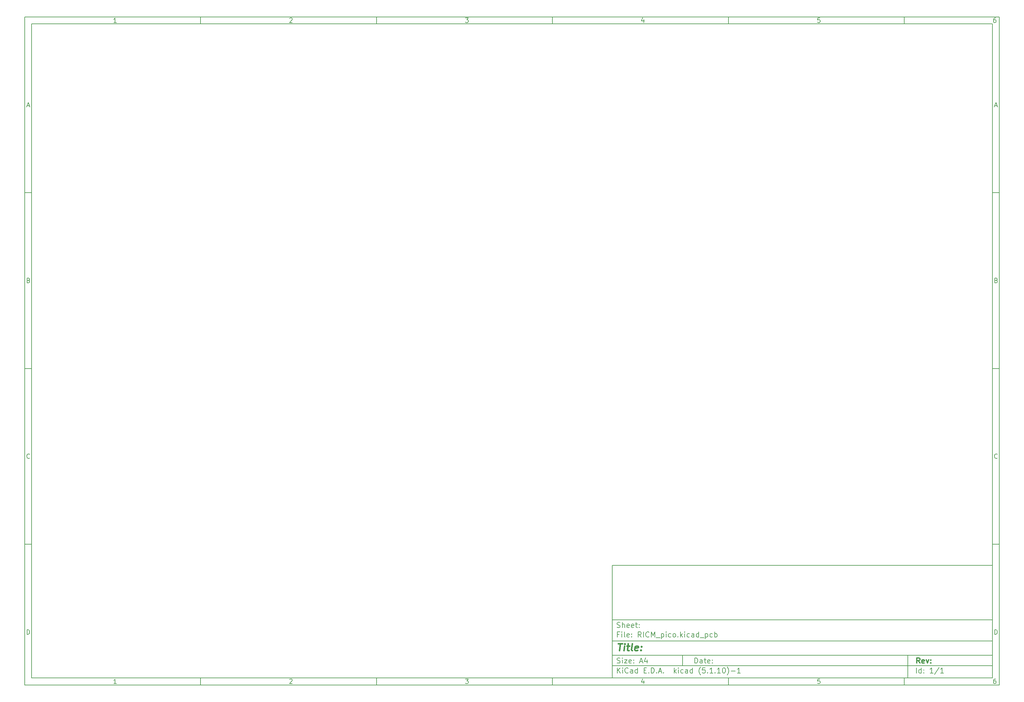
<source format=gbp>
%TF.GenerationSoftware,KiCad,Pcbnew,(5.1.10)-1*%
%TF.CreationDate,2021-08-13T19:33:17-04:00*%
%TF.ProjectId,RICM_pico,5249434d-5f70-4696-936f-2e6b69636164,rev?*%
%TF.SameCoordinates,Original*%
%TF.FileFunction,Paste,Bot*%
%TF.FilePolarity,Positive*%
%FSLAX46Y46*%
G04 Gerber Fmt 4.6, Leading zero omitted, Abs format (unit mm)*
G04 Created by KiCad (PCBNEW (5.1.10)-1) date 2021-08-13 19:33:17*
%MOMM*%
%LPD*%
G01*
G04 APERTURE LIST*
%ADD10C,0.100000*%
%ADD11C,0.150000*%
%ADD12C,0.300000*%
%ADD13C,0.400000*%
G04 APERTURE END LIST*
D10*
D11*
X177002200Y-166007200D02*
X177002200Y-198007200D01*
X285002200Y-198007200D01*
X285002200Y-166007200D01*
X177002200Y-166007200D01*
D10*
D11*
X10000000Y-10000000D02*
X10000000Y-200007200D01*
X287002200Y-200007200D01*
X287002200Y-10000000D01*
X10000000Y-10000000D01*
D10*
D11*
X12000000Y-12000000D02*
X12000000Y-198007200D01*
X285002200Y-198007200D01*
X285002200Y-12000000D01*
X12000000Y-12000000D01*
D10*
D11*
X60000000Y-12000000D02*
X60000000Y-10000000D01*
D10*
D11*
X110000000Y-12000000D02*
X110000000Y-10000000D01*
D10*
D11*
X160000000Y-12000000D02*
X160000000Y-10000000D01*
D10*
D11*
X210000000Y-12000000D02*
X210000000Y-10000000D01*
D10*
D11*
X260000000Y-12000000D02*
X260000000Y-10000000D01*
D10*
D11*
X36065476Y-11588095D02*
X35322619Y-11588095D01*
X35694047Y-11588095D02*
X35694047Y-10288095D01*
X35570238Y-10473809D01*
X35446428Y-10597619D01*
X35322619Y-10659523D01*
D10*
D11*
X85322619Y-10411904D02*
X85384523Y-10350000D01*
X85508333Y-10288095D01*
X85817857Y-10288095D01*
X85941666Y-10350000D01*
X86003571Y-10411904D01*
X86065476Y-10535714D01*
X86065476Y-10659523D01*
X86003571Y-10845238D01*
X85260714Y-11588095D01*
X86065476Y-11588095D01*
D10*
D11*
X135260714Y-10288095D02*
X136065476Y-10288095D01*
X135632142Y-10783333D01*
X135817857Y-10783333D01*
X135941666Y-10845238D01*
X136003571Y-10907142D01*
X136065476Y-11030952D01*
X136065476Y-11340476D01*
X136003571Y-11464285D01*
X135941666Y-11526190D01*
X135817857Y-11588095D01*
X135446428Y-11588095D01*
X135322619Y-11526190D01*
X135260714Y-11464285D01*
D10*
D11*
X185941666Y-10721428D02*
X185941666Y-11588095D01*
X185632142Y-10226190D02*
X185322619Y-11154761D01*
X186127380Y-11154761D01*
D10*
D11*
X236003571Y-10288095D02*
X235384523Y-10288095D01*
X235322619Y-10907142D01*
X235384523Y-10845238D01*
X235508333Y-10783333D01*
X235817857Y-10783333D01*
X235941666Y-10845238D01*
X236003571Y-10907142D01*
X236065476Y-11030952D01*
X236065476Y-11340476D01*
X236003571Y-11464285D01*
X235941666Y-11526190D01*
X235817857Y-11588095D01*
X235508333Y-11588095D01*
X235384523Y-11526190D01*
X235322619Y-11464285D01*
D10*
D11*
X285941666Y-10288095D02*
X285694047Y-10288095D01*
X285570238Y-10350000D01*
X285508333Y-10411904D01*
X285384523Y-10597619D01*
X285322619Y-10845238D01*
X285322619Y-11340476D01*
X285384523Y-11464285D01*
X285446428Y-11526190D01*
X285570238Y-11588095D01*
X285817857Y-11588095D01*
X285941666Y-11526190D01*
X286003571Y-11464285D01*
X286065476Y-11340476D01*
X286065476Y-11030952D01*
X286003571Y-10907142D01*
X285941666Y-10845238D01*
X285817857Y-10783333D01*
X285570238Y-10783333D01*
X285446428Y-10845238D01*
X285384523Y-10907142D01*
X285322619Y-11030952D01*
D10*
D11*
X60000000Y-198007200D02*
X60000000Y-200007200D01*
D10*
D11*
X110000000Y-198007200D02*
X110000000Y-200007200D01*
D10*
D11*
X160000000Y-198007200D02*
X160000000Y-200007200D01*
D10*
D11*
X210000000Y-198007200D02*
X210000000Y-200007200D01*
D10*
D11*
X260000000Y-198007200D02*
X260000000Y-200007200D01*
D10*
D11*
X36065476Y-199595295D02*
X35322619Y-199595295D01*
X35694047Y-199595295D02*
X35694047Y-198295295D01*
X35570238Y-198481009D01*
X35446428Y-198604819D01*
X35322619Y-198666723D01*
D10*
D11*
X85322619Y-198419104D02*
X85384523Y-198357200D01*
X85508333Y-198295295D01*
X85817857Y-198295295D01*
X85941666Y-198357200D01*
X86003571Y-198419104D01*
X86065476Y-198542914D01*
X86065476Y-198666723D01*
X86003571Y-198852438D01*
X85260714Y-199595295D01*
X86065476Y-199595295D01*
D10*
D11*
X135260714Y-198295295D02*
X136065476Y-198295295D01*
X135632142Y-198790533D01*
X135817857Y-198790533D01*
X135941666Y-198852438D01*
X136003571Y-198914342D01*
X136065476Y-199038152D01*
X136065476Y-199347676D01*
X136003571Y-199471485D01*
X135941666Y-199533390D01*
X135817857Y-199595295D01*
X135446428Y-199595295D01*
X135322619Y-199533390D01*
X135260714Y-199471485D01*
D10*
D11*
X185941666Y-198728628D02*
X185941666Y-199595295D01*
X185632142Y-198233390D02*
X185322619Y-199161961D01*
X186127380Y-199161961D01*
D10*
D11*
X236003571Y-198295295D02*
X235384523Y-198295295D01*
X235322619Y-198914342D01*
X235384523Y-198852438D01*
X235508333Y-198790533D01*
X235817857Y-198790533D01*
X235941666Y-198852438D01*
X236003571Y-198914342D01*
X236065476Y-199038152D01*
X236065476Y-199347676D01*
X236003571Y-199471485D01*
X235941666Y-199533390D01*
X235817857Y-199595295D01*
X235508333Y-199595295D01*
X235384523Y-199533390D01*
X235322619Y-199471485D01*
D10*
D11*
X285941666Y-198295295D02*
X285694047Y-198295295D01*
X285570238Y-198357200D01*
X285508333Y-198419104D01*
X285384523Y-198604819D01*
X285322619Y-198852438D01*
X285322619Y-199347676D01*
X285384523Y-199471485D01*
X285446428Y-199533390D01*
X285570238Y-199595295D01*
X285817857Y-199595295D01*
X285941666Y-199533390D01*
X286003571Y-199471485D01*
X286065476Y-199347676D01*
X286065476Y-199038152D01*
X286003571Y-198914342D01*
X285941666Y-198852438D01*
X285817857Y-198790533D01*
X285570238Y-198790533D01*
X285446428Y-198852438D01*
X285384523Y-198914342D01*
X285322619Y-199038152D01*
D10*
D11*
X10000000Y-60000000D02*
X12000000Y-60000000D01*
D10*
D11*
X10000000Y-110000000D02*
X12000000Y-110000000D01*
D10*
D11*
X10000000Y-160000000D02*
X12000000Y-160000000D01*
D10*
D11*
X10690476Y-35216666D02*
X11309523Y-35216666D01*
X10566666Y-35588095D02*
X11000000Y-34288095D01*
X11433333Y-35588095D01*
D10*
D11*
X11092857Y-84907142D02*
X11278571Y-84969047D01*
X11340476Y-85030952D01*
X11402380Y-85154761D01*
X11402380Y-85340476D01*
X11340476Y-85464285D01*
X11278571Y-85526190D01*
X11154761Y-85588095D01*
X10659523Y-85588095D01*
X10659523Y-84288095D01*
X11092857Y-84288095D01*
X11216666Y-84350000D01*
X11278571Y-84411904D01*
X11340476Y-84535714D01*
X11340476Y-84659523D01*
X11278571Y-84783333D01*
X11216666Y-84845238D01*
X11092857Y-84907142D01*
X10659523Y-84907142D01*
D10*
D11*
X11402380Y-135464285D02*
X11340476Y-135526190D01*
X11154761Y-135588095D01*
X11030952Y-135588095D01*
X10845238Y-135526190D01*
X10721428Y-135402380D01*
X10659523Y-135278571D01*
X10597619Y-135030952D01*
X10597619Y-134845238D01*
X10659523Y-134597619D01*
X10721428Y-134473809D01*
X10845238Y-134350000D01*
X11030952Y-134288095D01*
X11154761Y-134288095D01*
X11340476Y-134350000D01*
X11402380Y-134411904D01*
D10*
D11*
X10659523Y-185588095D02*
X10659523Y-184288095D01*
X10969047Y-184288095D01*
X11154761Y-184350000D01*
X11278571Y-184473809D01*
X11340476Y-184597619D01*
X11402380Y-184845238D01*
X11402380Y-185030952D01*
X11340476Y-185278571D01*
X11278571Y-185402380D01*
X11154761Y-185526190D01*
X10969047Y-185588095D01*
X10659523Y-185588095D01*
D10*
D11*
X287002200Y-60000000D02*
X285002200Y-60000000D01*
D10*
D11*
X287002200Y-110000000D02*
X285002200Y-110000000D01*
D10*
D11*
X287002200Y-160000000D02*
X285002200Y-160000000D01*
D10*
D11*
X285692676Y-35216666D02*
X286311723Y-35216666D01*
X285568866Y-35588095D02*
X286002200Y-34288095D01*
X286435533Y-35588095D01*
D10*
D11*
X286095057Y-84907142D02*
X286280771Y-84969047D01*
X286342676Y-85030952D01*
X286404580Y-85154761D01*
X286404580Y-85340476D01*
X286342676Y-85464285D01*
X286280771Y-85526190D01*
X286156961Y-85588095D01*
X285661723Y-85588095D01*
X285661723Y-84288095D01*
X286095057Y-84288095D01*
X286218866Y-84350000D01*
X286280771Y-84411904D01*
X286342676Y-84535714D01*
X286342676Y-84659523D01*
X286280771Y-84783333D01*
X286218866Y-84845238D01*
X286095057Y-84907142D01*
X285661723Y-84907142D01*
D10*
D11*
X286404580Y-135464285D02*
X286342676Y-135526190D01*
X286156961Y-135588095D01*
X286033152Y-135588095D01*
X285847438Y-135526190D01*
X285723628Y-135402380D01*
X285661723Y-135278571D01*
X285599819Y-135030952D01*
X285599819Y-134845238D01*
X285661723Y-134597619D01*
X285723628Y-134473809D01*
X285847438Y-134350000D01*
X286033152Y-134288095D01*
X286156961Y-134288095D01*
X286342676Y-134350000D01*
X286404580Y-134411904D01*
D10*
D11*
X285661723Y-185588095D02*
X285661723Y-184288095D01*
X285971247Y-184288095D01*
X286156961Y-184350000D01*
X286280771Y-184473809D01*
X286342676Y-184597619D01*
X286404580Y-184845238D01*
X286404580Y-185030952D01*
X286342676Y-185278571D01*
X286280771Y-185402380D01*
X286156961Y-185526190D01*
X285971247Y-185588095D01*
X285661723Y-185588095D01*
D10*
D11*
X200434342Y-193785771D02*
X200434342Y-192285771D01*
X200791485Y-192285771D01*
X201005771Y-192357200D01*
X201148628Y-192500057D01*
X201220057Y-192642914D01*
X201291485Y-192928628D01*
X201291485Y-193142914D01*
X201220057Y-193428628D01*
X201148628Y-193571485D01*
X201005771Y-193714342D01*
X200791485Y-193785771D01*
X200434342Y-193785771D01*
X202577200Y-193785771D02*
X202577200Y-193000057D01*
X202505771Y-192857200D01*
X202362914Y-192785771D01*
X202077200Y-192785771D01*
X201934342Y-192857200D01*
X202577200Y-193714342D02*
X202434342Y-193785771D01*
X202077200Y-193785771D01*
X201934342Y-193714342D01*
X201862914Y-193571485D01*
X201862914Y-193428628D01*
X201934342Y-193285771D01*
X202077200Y-193214342D01*
X202434342Y-193214342D01*
X202577200Y-193142914D01*
X203077200Y-192785771D02*
X203648628Y-192785771D01*
X203291485Y-192285771D02*
X203291485Y-193571485D01*
X203362914Y-193714342D01*
X203505771Y-193785771D01*
X203648628Y-193785771D01*
X204720057Y-193714342D02*
X204577200Y-193785771D01*
X204291485Y-193785771D01*
X204148628Y-193714342D01*
X204077200Y-193571485D01*
X204077200Y-193000057D01*
X204148628Y-192857200D01*
X204291485Y-192785771D01*
X204577200Y-192785771D01*
X204720057Y-192857200D01*
X204791485Y-193000057D01*
X204791485Y-193142914D01*
X204077200Y-193285771D01*
X205434342Y-193642914D02*
X205505771Y-193714342D01*
X205434342Y-193785771D01*
X205362914Y-193714342D01*
X205434342Y-193642914D01*
X205434342Y-193785771D01*
X205434342Y-192857200D02*
X205505771Y-192928628D01*
X205434342Y-193000057D01*
X205362914Y-192928628D01*
X205434342Y-192857200D01*
X205434342Y-193000057D01*
D10*
D11*
X177002200Y-194507200D02*
X285002200Y-194507200D01*
D10*
D11*
X178434342Y-196585771D02*
X178434342Y-195085771D01*
X179291485Y-196585771D02*
X178648628Y-195728628D01*
X179291485Y-195085771D02*
X178434342Y-195942914D01*
X179934342Y-196585771D02*
X179934342Y-195585771D01*
X179934342Y-195085771D02*
X179862914Y-195157200D01*
X179934342Y-195228628D01*
X180005771Y-195157200D01*
X179934342Y-195085771D01*
X179934342Y-195228628D01*
X181505771Y-196442914D02*
X181434342Y-196514342D01*
X181220057Y-196585771D01*
X181077200Y-196585771D01*
X180862914Y-196514342D01*
X180720057Y-196371485D01*
X180648628Y-196228628D01*
X180577200Y-195942914D01*
X180577200Y-195728628D01*
X180648628Y-195442914D01*
X180720057Y-195300057D01*
X180862914Y-195157200D01*
X181077200Y-195085771D01*
X181220057Y-195085771D01*
X181434342Y-195157200D01*
X181505771Y-195228628D01*
X182791485Y-196585771D02*
X182791485Y-195800057D01*
X182720057Y-195657200D01*
X182577200Y-195585771D01*
X182291485Y-195585771D01*
X182148628Y-195657200D01*
X182791485Y-196514342D02*
X182648628Y-196585771D01*
X182291485Y-196585771D01*
X182148628Y-196514342D01*
X182077200Y-196371485D01*
X182077200Y-196228628D01*
X182148628Y-196085771D01*
X182291485Y-196014342D01*
X182648628Y-196014342D01*
X182791485Y-195942914D01*
X184148628Y-196585771D02*
X184148628Y-195085771D01*
X184148628Y-196514342D02*
X184005771Y-196585771D01*
X183720057Y-196585771D01*
X183577200Y-196514342D01*
X183505771Y-196442914D01*
X183434342Y-196300057D01*
X183434342Y-195871485D01*
X183505771Y-195728628D01*
X183577200Y-195657200D01*
X183720057Y-195585771D01*
X184005771Y-195585771D01*
X184148628Y-195657200D01*
X186005771Y-195800057D02*
X186505771Y-195800057D01*
X186720057Y-196585771D02*
X186005771Y-196585771D01*
X186005771Y-195085771D01*
X186720057Y-195085771D01*
X187362914Y-196442914D02*
X187434342Y-196514342D01*
X187362914Y-196585771D01*
X187291485Y-196514342D01*
X187362914Y-196442914D01*
X187362914Y-196585771D01*
X188077200Y-196585771D02*
X188077200Y-195085771D01*
X188434342Y-195085771D01*
X188648628Y-195157200D01*
X188791485Y-195300057D01*
X188862914Y-195442914D01*
X188934342Y-195728628D01*
X188934342Y-195942914D01*
X188862914Y-196228628D01*
X188791485Y-196371485D01*
X188648628Y-196514342D01*
X188434342Y-196585771D01*
X188077200Y-196585771D01*
X189577200Y-196442914D02*
X189648628Y-196514342D01*
X189577200Y-196585771D01*
X189505771Y-196514342D01*
X189577200Y-196442914D01*
X189577200Y-196585771D01*
X190220057Y-196157200D02*
X190934342Y-196157200D01*
X190077200Y-196585771D02*
X190577200Y-195085771D01*
X191077200Y-196585771D01*
X191577200Y-196442914D02*
X191648628Y-196514342D01*
X191577200Y-196585771D01*
X191505771Y-196514342D01*
X191577200Y-196442914D01*
X191577200Y-196585771D01*
X194577200Y-196585771D02*
X194577200Y-195085771D01*
X194720057Y-196014342D02*
X195148628Y-196585771D01*
X195148628Y-195585771D02*
X194577200Y-196157200D01*
X195791485Y-196585771D02*
X195791485Y-195585771D01*
X195791485Y-195085771D02*
X195720057Y-195157200D01*
X195791485Y-195228628D01*
X195862914Y-195157200D01*
X195791485Y-195085771D01*
X195791485Y-195228628D01*
X197148628Y-196514342D02*
X197005771Y-196585771D01*
X196720057Y-196585771D01*
X196577200Y-196514342D01*
X196505771Y-196442914D01*
X196434342Y-196300057D01*
X196434342Y-195871485D01*
X196505771Y-195728628D01*
X196577200Y-195657200D01*
X196720057Y-195585771D01*
X197005771Y-195585771D01*
X197148628Y-195657200D01*
X198434342Y-196585771D02*
X198434342Y-195800057D01*
X198362914Y-195657200D01*
X198220057Y-195585771D01*
X197934342Y-195585771D01*
X197791485Y-195657200D01*
X198434342Y-196514342D02*
X198291485Y-196585771D01*
X197934342Y-196585771D01*
X197791485Y-196514342D01*
X197720057Y-196371485D01*
X197720057Y-196228628D01*
X197791485Y-196085771D01*
X197934342Y-196014342D01*
X198291485Y-196014342D01*
X198434342Y-195942914D01*
X199791485Y-196585771D02*
X199791485Y-195085771D01*
X199791485Y-196514342D02*
X199648628Y-196585771D01*
X199362914Y-196585771D01*
X199220057Y-196514342D01*
X199148628Y-196442914D01*
X199077200Y-196300057D01*
X199077200Y-195871485D01*
X199148628Y-195728628D01*
X199220057Y-195657200D01*
X199362914Y-195585771D01*
X199648628Y-195585771D01*
X199791485Y-195657200D01*
X202077200Y-197157200D02*
X202005771Y-197085771D01*
X201862914Y-196871485D01*
X201791485Y-196728628D01*
X201720057Y-196514342D01*
X201648628Y-196157200D01*
X201648628Y-195871485D01*
X201720057Y-195514342D01*
X201791485Y-195300057D01*
X201862914Y-195157200D01*
X202005771Y-194942914D01*
X202077200Y-194871485D01*
X203362914Y-195085771D02*
X202648628Y-195085771D01*
X202577200Y-195800057D01*
X202648628Y-195728628D01*
X202791485Y-195657200D01*
X203148628Y-195657200D01*
X203291485Y-195728628D01*
X203362914Y-195800057D01*
X203434342Y-195942914D01*
X203434342Y-196300057D01*
X203362914Y-196442914D01*
X203291485Y-196514342D01*
X203148628Y-196585771D01*
X202791485Y-196585771D01*
X202648628Y-196514342D01*
X202577200Y-196442914D01*
X204077200Y-196442914D02*
X204148628Y-196514342D01*
X204077200Y-196585771D01*
X204005771Y-196514342D01*
X204077200Y-196442914D01*
X204077200Y-196585771D01*
X205577200Y-196585771D02*
X204720057Y-196585771D01*
X205148628Y-196585771D02*
X205148628Y-195085771D01*
X205005771Y-195300057D01*
X204862914Y-195442914D01*
X204720057Y-195514342D01*
X206220057Y-196442914D02*
X206291485Y-196514342D01*
X206220057Y-196585771D01*
X206148628Y-196514342D01*
X206220057Y-196442914D01*
X206220057Y-196585771D01*
X207720057Y-196585771D02*
X206862914Y-196585771D01*
X207291485Y-196585771D02*
X207291485Y-195085771D01*
X207148628Y-195300057D01*
X207005771Y-195442914D01*
X206862914Y-195514342D01*
X208648628Y-195085771D02*
X208791485Y-195085771D01*
X208934342Y-195157200D01*
X209005771Y-195228628D01*
X209077200Y-195371485D01*
X209148628Y-195657200D01*
X209148628Y-196014342D01*
X209077200Y-196300057D01*
X209005771Y-196442914D01*
X208934342Y-196514342D01*
X208791485Y-196585771D01*
X208648628Y-196585771D01*
X208505771Y-196514342D01*
X208434342Y-196442914D01*
X208362914Y-196300057D01*
X208291485Y-196014342D01*
X208291485Y-195657200D01*
X208362914Y-195371485D01*
X208434342Y-195228628D01*
X208505771Y-195157200D01*
X208648628Y-195085771D01*
X209648628Y-197157200D02*
X209720057Y-197085771D01*
X209862914Y-196871485D01*
X209934342Y-196728628D01*
X210005771Y-196514342D01*
X210077200Y-196157200D01*
X210077200Y-195871485D01*
X210005771Y-195514342D01*
X209934342Y-195300057D01*
X209862914Y-195157200D01*
X209720057Y-194942914D01*
X209648628Y-194871485D01*
X210791485Y-196014342D02*
X211934342Y-196014342D01*
X213434342Y-196585771D02*
X212577200Y-196585771D01*
X213005771Y-196585771D02*
X213005771Y-195085771D01*
X212862914Y-195300057D01*
X212720057Y-195442914D01*
X212577200Y-195514342D01*
D10*
D11*
X177002200Y-191507200D02*
X285002200Y-191507200D01*
D10*
D12*
X264411485Y-193785771D02*
X263911485Y-193071485D01*
X263554342Y-193785771D02*
X263554342Y-192285771D01*
X264125771Y-192285771D01*
X264268628Y-192357200D01*
X264340057Y-192428628D01*
X264411485Y-192571485D01*
X264411485Y-192785771D01*
X264340057Y-192928628D01*
X264268628Y-193000057D01*
X264125771Y-193071485D01*
X263554342Y-193071485D01*
X265625771Y-193714342D02*
X265482914Y-193785771D01*
X265197200Y-193785771D01*
X265054342Y-193714342D01*
X264982914Y-193571485D01*
X264982914Y-193000057D01*
X265054342Y-192857200D01*
X265197200Y-192785771D01*
X265482914Y-192785771D01*
X265625771Y-192857200D01*
X265697200Y-193000057D01*
X265697200Y-193142914D01*
X264982914Y-193285771D01*
X266197200Y-192785771D02*
X266554342Y-193785771D01*
X266911485Y-192785771D01*
X267482914Y-193642914D02*
X267554342Y-193714342D01*
X267482914Y-193785771D01*
X267411485Y-193714342D01*
X267482914Y-193642914D01*
X267482914Y-193785771D01*
X267482914Y-192857200D02*
X267554342Y-192928628D01*
X267482914Y-193000057D01*
X267411485Y-192928628D01*
X267482914Y-192857200D01*
X267482914Y-193000057D01*
D10*
D11*
X178362914Y-193714342D02*
X178577200Y-193785771D01*
X178934342Y-193785771D01*
X179077200Y-193714342D01*
X179148628Y-193642914D01*
X179220057Y-193500057D01*
X179220057Y-193357200D01*
X179148628Y-193214342D01*
X179077200Y-193142914D01*
X178934342Y-193071485D01*
X178648628Y-193000057D01*
X178505771Y-192928628D01*
X178434342Y-192857200D01*
X178362914Y-192714342D01*
X178362914Y-192571485D01*
X178434342Y-192428628D01*
X178505771Y-192357200D01*
X178648628Y-192285771D01*
X179005771Y-192285771D01*
X179220057Y-192357200D01*
X179862914Y-193785771D02*
X179862914Y-192785771D01*
X179862914Y-192285771D02*
X179791485Y-192357200D01*
X179862914Y-192428628D01*
X179934342Y-192357200D01*
X179862914Y-192285771D01*
X179862914Y-192428628D01*
X180434342Y-192785771D02*
X181220057Y-192785771D01*
X180434342Y-193785771D01*
X181220057Y-193785771D01*
X182362914Y-193714342D02*
X182220057Y-193785771D01*
X181934342Y-193785771D01*
X181791485Y-193714342D01*
X181720057Y-193571485D01*
X181720057Y-193000057D01*
X181791485Y-192857200D01*
X181934342Y-192785771D01*
X182220057Y-192785771D01*
X182362914Y-192857200D01*
X182434342Y-193000057D01*
X182434342Y-193142914D01*
X181720057Y-193285771D01*
X183077200Y-193642914D02*
X183148628Y-193714342D01*
X183077200Y-193785771D01*
X183005771Y-193714342D01*
X183077200Y-193642914D01*
X183077200Y-193785771D01*
X183077200Y-192857200D02*
X183148628Y-192928628D01*
X183077200Y-193000057D01*
X183005771Y-192928628D01*
X183077200Y-192857200D01*
X183077200Y-193000057D01*
X184862914Y-193357200D02*
X185577200Y-193357200D01*
X184720057Y-193785771D02*
X185220057Y-192285771D01*
X185720057Y-193785771D01*
X186862914Y-192785771D02*
X186862914Y-193785771D01*
X186505771Y-192214342D02*
X186148628Y-193285771D01*
X187077200Y-193285771D01*
D10*
D11*
X263434342Y-196585771D02*
X263434342Y-195085771D01*
X264791485Y-196585771D02*
X264791485Y-195085771D01*
X264791485Y-196514342D02*
X264648628Y-196585771D01*
X264362914Y-196585771D01*
X264220057Y-196514342D01*
X264148628Y-196442914D01*
X264077200Y-196300057D01*
X264077200Y-195871485D01*
X264148628Y-195728628D01*
X264220057Y-195657200D01*
X264362914Y-195585771D01*
X264648628Y-195585771D01*
X264791485Y-195657200D01*
X265505771Y-196442914D02*
X265577200Y-196514342D01*
X265505771Y-196585771D01*
X265434342Y-196514342D01*
X265505771Y-196442914D01*
X265505771Y-196585771D01*
X265505771Y-195657200D02*
X265577200Y-195728628D01*
X265505771Y-195800057D01*
X265434342Y-195728628D01*
X265505771Y-195657200D01*
X265505771Y-195800057D01*
X268148628Y-196585771D02*
X267291485Y-196585771D01*
X267720057Y-196585771D02*
X267720057Y-195085771D01*
X267577200Y-195300057D01*
X267434342Y-195442914D01*
X267291485Y-195514342D01*
X269862914Y-195014342D02*
X268577200Y-196942914D01*
X271148628Y-196585771D02*
X270291485Y-196585771D01*
X270720057Y-196585771D02*
X270720057Y-195085771D01*
X270577200Y-195300057D01*
X270434342Y-195442914D01*
X270291485Y-195514342D01*
D10*
D11*
X177002200Y-187507200D02*
X285002200Y-187507200D01*
D10*
D13*
X178714580Y-188211961D02*
X179857438Y-188211961D01*
X179036009Y-190211961D02*
X179286009Y-188211961D01*
X180274104Y-190211961D02*
X180440771Y-188878628D01*
X180524104Y-188211961D02*
X180416961Y-188307200D01*
X180500295Y-188402438D01*
X180607438Y-188307200D01*
X180524104Y-188211961D01*
X180500295Y-188402438D01*
X181107438Y-188878628D02*
X181869342Y-188878628D01*
X181476485Y-188211961D02*
X181262200Y-189926247D01*
X181333628Y-190116723D01*
X181512200Y-190211961D01*
X181702676Y-190211961D01*
X182655057Y-190211961D02*
X182476485Y-190116723D01*
X182405057Y-189926247D01*
X182619342Y-188211961D01*
X184190771Y-190116723D02*
X183988390Y-190211961D01*
X183607438Y-190211961D01*
X183428866Y-190116723D01*
X183357438Y-189926247D01*
X183452676Y-189164342D01*
X183571723Y-188973866D01*
X183774104Y-188878628D01*
X184155057Y-188878628D01*
X184333628Y-188973866D01*
X184405057Y-189164342D01*
X184381247Y-189354819D01*
X183405057Y-189545295D01*
X185155057Y-190021485D02*
X185238390Y-190116723D01*
X185131247Y-190211961D01*
X185047914Y-190116723D01*
X185155057Y-190021485D01*
X185131247Y-190211961D01*
X185286009Y-188973866D02*
X185369342Y-189069104D01*
X185262200Y-189164342D01*
X185178866Y-189069104D01*
X185286009Y-188973866D01*
X185262200Y-189164342D01*
D10*
D11*
X178934342Y-185600057D02*
X178434342Y-185600057D01*
X178434342Y-186385771D02*
X178434342Y-184885771D01*
X179148628Y-184885771D01*
X179720057Y-186385771D02*
X179720057Y-185385771D01*
X179720057Y-184885771D02*
X179648628Y-184957200D01*
X179720057Y-185028628D01*
X179791485Y-184957200D01*
X179720057Y-184885771D01*
X179720057Y-185028628D01*
X180648628Y-186385771D02*
X180505771Y-186314342D01*
X180434342Y-186171485D01*
X180434342Y-184885771D01*
X181791485Y-186314342D02*
X181648628Y-186385771D01*
X181362914Y-186385771D01*
X181220057Y-186314342D01*
X181148628Y-186171485D01*
X181148628Y-185600057D01*
X181220057Y-185457200D01*
X181362914Y-185385771D01*
X181648628Y-185385771D01*
X181791485Y-185457200D01*
X181862914Y-185600057D01*
X181862914Y-185742914D01*
X181148628Y-185885771D01*
X182505771Y-186242914D02*
X182577200Y-186314342D01*
X182505771Y-186385771D01*
X182434342Y-186314342D01*
X182505771Y-186242914D01*
X182505771Y-186385771D01*
X182505771Y-185457200D02*
X182577200Y-185528628D01*
X182505771Y-185600057D01*
X182434342Y-185528628D01*
X182505771Y-185457200D01*
X182505771Y-185600057D01*
X185220057Y-186385771D02*
X184720057Y-185671485D01*
X184362914Y-186385771D02*
X184362914Y-184885771D01*
X184934342Y-184885771D01*
X185077200Y-184957200D01*
X185148628Y-185028628D01*
X185220057Y-185171485D01*
X185220057Y-185385771D01*
X185148628Y-185528628D01*
X185077200Y-185600057D01*
X184934342Y-185671485D01*
X184362914Y-185671485D01*
X185862914Y-186385771D02*
X185862914Y-184885771D01*
X187434342Y-186242914D02*
X187362914Y-186314342D01*
X187148628Y-186385771D01*
X187005771Y-186385771D01*
X186791485Y-186314342D01*
X186648628Y-186171485D01*
X186577200Y-186028628D01*
X186505771Y-185742914D01*
X186505771Y-185528628D01*
X186577200Y-185242914D01*
X186648628Y-185100057D01*
X186791485Y-184957200D01*
X187005771Y-184885771D01*
X187148628Y-184885771D01*
X187362914Y-184957200D01*
X187434342Y-185028628D01*
X188077200Y-186385771D02*
X188077200Y-184885771D01*
X188577200Y-185957200D01*
X189077200Y-184885771D01*
X189077200Y-186385771D01*
X189434342Y-186528628D02*
X190577200Y-186528628D01*
X190934342Y-185385771D02*
X190934342Y-186885771D01*
X190934342Y-185457200D02*
X191077200Y-185385771D01*
X191362914Y-185385771D01*
X191505771Y-185457200D01*
X191577200Y-185528628D01*
X191648628Y-185671485D01*
X191648628Y-186100057D01*
X191577200Y-186242914D01*
X191505771Y-186314342D01*
X191362914Y-186385771D01*
X191077200Y-186385771D01*
X190934342Y-186314342D01*
X192291485Y-186385771D02*
X192291485Y-185385771D01*
X192291485Y-184885771D02*
X192220057Y-184957200D01*
X192291485Y-185028628D01*
X192362914Y-184957200D01*
X192291485Y-184885771D01*
X192291485Y-185028628D01*
X193648628Y-186314342D02*
X193505771Y-186385771D01*
X193220057Y-186385771D01*
X193077200Y-186314342D01*
X193005771Y-186242914D01*
X192934342Y-186100057D01*
X192934342Y-185671485D01*
X193005771Y-185528628D01*
X193077200Y-185457200D01*
X193220057Y-185385771D01*
X193505771Y-185385771D01*
X193648628Y-185457200D01*
X194505771Y-186385771D02*
X194362914Y-186314342D01*
X194291485Y-186242914D01*
X194220057Y-186100057D01*
X194220057Y-185671485D01*
X194291485Y-185528628D01*
X194362914Y-185457200D01*
X194505771Y-185385771D01*
X194720057Y-185385771D01*
X194862914Y-185457200D01*
X194934342Y-185528628D01*
X195005771Y-185671485D01*
X195005771Y-186100057D01*
X194934342Y-186242914D01*
X194862914Y-186314342D01*
X194720057Y-186385771D01*
X194505771Y-186385771D01*
X195648628Y-186242914D02*
X195720057Y-186314342D01*
X195648628Y-186385771D01*
X195577200Y-186314342D01*
X195648628Y-186242914D01*
X195648628Y-186385771D01*
X196362914Y-186385771D02*
X196362914Y-184885771D01*
X196505771Y-185814342D02*
X196934342Y-186385771D01*
X196934342Y-185385771D02*
X196362914Y-185957200D01*
X197577200Y-186385771D02*
X197577200Y-185385771D01*
X197577200Y-184885771D02*
X197505771Y-184957200D01*
X197577200Y-185028628D01*
X197648628Y-184957200D01*
X197577200Y-184885771D01*
X197577200Y-185028628D01*
X198934342Y-186314342D02*
X198791485Y-186385771D01*
X198505771Y-186385771D01*
X198362914Y-186314342D01*
X198291485Y-186242914D01*
X198220057Y-186100057D01*
X198220057Y-185671485D01*
X198291485Y-185528628D01*
X198362914Y-185457200D01*
X198505771Y-185385771D01*
X198791485Y-185385771D01*
X198934342Y-185457200D01*
X200220057Y-186385771D02*
X200220057Y-185600057D01*
X200148628Y-185457200D01*
X200005771Y-185385771D01*
X199720057Y-185385771D01*
X199577200Y-185457200D01*
X200220057Y-186314342D02*
X200077200Y-186385771D01*
X199720057Y-186385771D01*
X199577200Y-186314342D01*
X199505771Y-186171485D01*
X199505771Y-186028628D01*
X199577200Y-185885771D01*
X199720057Y-185814342D01*
X200077200Y-185814342D01*
X200220057Y-185742914D01*
X201577200Y-186385771D02*
X201577200Y-184885771D01*
X201577200Y-186314342D02*
X201434342Y-186385771D01*
X201148628Y-186385771D01*
X201005771Y-186314342D01*
X200934342Y-186242914D01*
X200862914Y-186100057D01*
X200862914Y-185671485D01*
X200934342Y-185528628D01*
X201005771Y-185457200D01*
X201148628Y-185385771D01*
X201434342Y-185385771D01*
X201577200Y-185457200D01*
X201934342Y-186528628D02*
X203077200Y-186528628D01*
X203434342Y-185385771D02*
X203434342Y-186885771D01*
X203434342Y-185457200D02*
X203577200Y-185385771D01*
X203862914Y-185385771D01*
X204005771Y-185457200D01*
X204077200Y-185528628D01*
X204148628Y-185671485D01*
X204148628Y-186100057D01*
X204077200Y-186242914D01*
X204005771Y-186314342D01*
X203862914Y-186385771D01*
X203577200Y-186385771D01*
X203434342Y-186314342D01*
X205434342Y-186314342D02*
X205291485Y-186385771D01*
X205005771Y-186385771D01*
X204862914Y-186314342D01*
X204791485Y-186242914D01*
X204720057Y-186100057D01*
X204720057Y-185671485D01*
X204791485Y-185528628D01*
X204862914Y-185457200D01*
X205005771Y-185385771D01*
X205291485Y-185385771D01*
X205434342Y-185457200D01*
X206077200Y-186385771D02*
X206077200Y-184885771D01*
X206077200Y-185457200D02*
X206220057Y-185385771D01*
X206505771Y-185385771D01*
X206648628Y-185457200D01*
X206720057Y-185528628D01*
X206791485Y-185671485D01*
X206791485Y-186100057D01*
X206720057Y-186242914D01*
X206648628Y-186314342D01*
X206505771Y-186385771D01*
X206220057Y-186385771D01*
X206077200Y-186314342D01*
D10*
D11*
X177002200Y-181507200D02*
X285002200Y-181507200D01*
D10*
D11*
X178362914Y-183614342D02*
X178577200Y-183685771D01*
X178934342Y-183685771D01*
X179077200Y-183614342D01*
X179148628Y-183542914D01*
X179220057Y-183400057D01*
X179220057Y-183257200D01*
X179148628Y-183114342D01*
X179077200Y-183042914D01*
X178934342Y-182971485D01*
X178648628Y-182900057D01*
X178505771Y-182828628D01*
X178434342Y-182757200D01*
X178362914Y-182614342D01*
X178362914Y-182471485D01*
X178434342Y-182328628D01*
X178505771Y-182257200D01*
X178648628Y-182185771D01*
X179005771Y-182185771D01*
X179220057Y-182257200D01*
X179862914Y-183685771D02*
X179862914Y-182185771D01*
X180505771Y-183685771D02*
X180505771Y-182900057D01*
X180434342Y-182757200D01*
X180291485Y-182685771D01*
X180077200Y-182685771D01*
X179934342Y-182757200D01*
X179862914Y-182828628D01*
X181791485Y-183614342D02*
X181648628Y-183685771D01*
X181362914Y-183685771D01*
X181220057Y-183614342D01*
X181148628Y-183471485D01*
X181148628Y-182900057D01*
X181220057Y-182757200D01*
X181362914Y-182685771D01*
X181648628Y-182685771D01*
X181791485Y-182757200D01*
X181862914Y-182900057D01*
X181862914Y-183042914D01*
X181148628Y-183185771D01*
X183077200Y-183614342D02*
X182934342Y-183685771D01*
X182648628Y-183685771D01*
X182505771Y-183614342D01*
X182434342Y-183471485D01*
X182434342Y-182900057D01*
X182505771Y-182757200D01*
X182648628Y-182685771D01*
X182934342Y-182685771D01*
X183077200Y-182757200D01*
X183148628Y-182900057D01*
X183148628Y-183042914D01*
X182434342Y-183185771D01*
X183577200Y-182685771D02*
X184148628Y-182685771D01*
X183791485Y-182185771D02*
X183791485Y-183471485D01*
X183862914Y-183614342D01*
X184005771Y-183685771D01*
X184148628Y-183685771D01*
X184648628Y-183542914D02*
X184720057Y-183614342D01*
X184648628Y-183685771D01*
X184577200Y-183614342D01*
X184648628Y-183542914D01*
X184648628Y-183685771D01*
X184648628Y-182757200D02*
X184720057Y-182828628D01*
X184648628Y-182900057D01*
X184577200Y-182828628D01*
X184648628Y-182757200D01*
X184648628Y-182900057D01*
D10*
D11*
X197002200Y-191507200D02*
X197002200Y-194507200D01*
D10*
D11*
X261002200Y-191507200D02*
X261002200Y-198007200D01*
M02*

</source>
